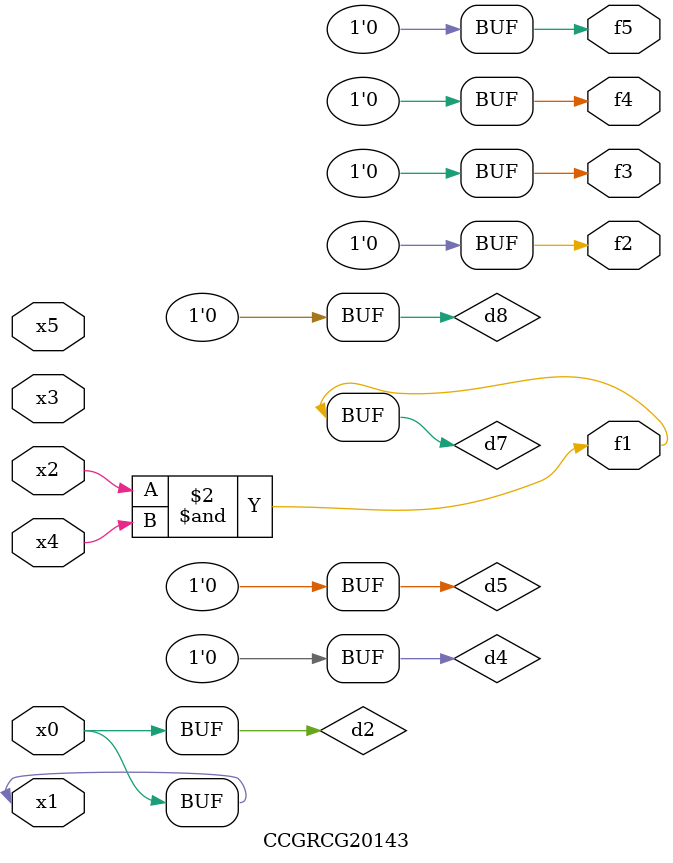
<source format=v>
module CCGRCG20143(
	input x0, x1, x2, x3, x4, x5,
	output f1, f2, f3, f4, f5
);

	wire d1, d2, d3, d4, d5, d6, d7, d8, d9;

	nand (d1, x1);
	buf (d2, x0, x1);
	nand (d3, x2, x4);
	and (d4, d1, d2);
	and (d5, d1, d2);
	nand (d6, d1, d3);
	not (d7, d3);
	xor (d8, d5);
	nor (d9, d5, d6);
	assign f1 = d7;
	assign f2 = d8;
	assign f3 = d8;
	assign f4 = d8;
	assign f5 = d8;
endmodule

</source>
